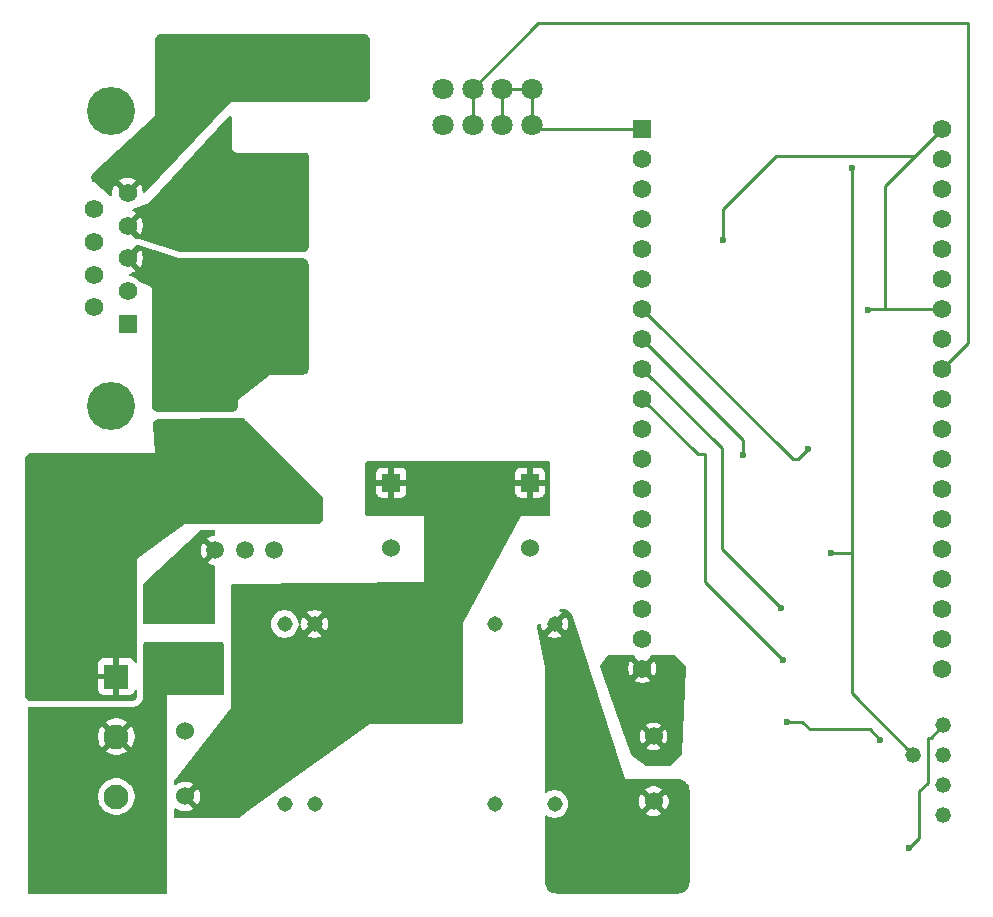
<source format=gbr>
%TF.GenerationSoftware,KiCad,Pcbnew,9.0.0*%
%TF.CreationDate,2025-05-02T07:07:21-06:00*%
%TF.ProjectId,schematic_Mk2.1,73636865-6d61-4746-9963-5f4d6b322e31,rev?*%
%TF.SameCoordinates,Original*%
%TF.FileFunction,Copper,L1,Top*%
%TF.FilePolarity,Positive*%
%FSLAX46Y46*%
G04 Gerber Fmt 4.6, Leading zero omitted, Abs format (unit mm)*
G04 Created by KiCad (PCBNEW 9.0.0) date 2025-05-02 07:07:21*
%MOMM*%
%LPD*%
G01*
G04 APERTURE LIST*
%TA.AperFunction,ComponentPad*%
%ADD10C,1.800000*%
%TD*%
%TA.AperFunction,ComponentPad*%
%ADD11C,1.524000*%
%TD*%
%TA.AperFunction,ComponentPad*%
%ADD12C,1.320800*%
%TD*%
%TA.AperFunction,ComponentPad*%
%ADD13R,1.560000X1.560000*%
%TD*%
%TA.AperFunction,ComponentPad*%
%ADD14C,1.560000*%
%TD*%
%TA.AperFunction,ComponentPad*%
%ADD15C,1.498600*%
%TD*%
%TA.AperFunction,ComponentPad*%
%ADD16R,1.575000X1.575000*%
%TD*%
%TA.AperFunction,ComponentPad*%
%ADD17C,1.575000*%
%TD*%
%TA.AperFunction,ComponentPad*%
%ADD18C,4.066000*%
%TD*%
%TA.AperFunction,ComponentPad*%
%ADD19R,1.524000X1.524000*%
%TD*%
%TA.AperFunction,ComponentPad*%
%ADD20R,2.100000X2.100000*%
%TD*%
%TA.AperFunction,ComponentPad*%
%ADD21C,2.100000*%
%TD*%
%TA.AperFunction,ComponentPad*%
%ADD22C,1.308000*%
%TD*%
%TA.AperFunction,ViaPad*%
%ADD23C,0.600000*%
%TD*%
%TA.AperFunction,Conductor*%
%ADD24C,0.254000*%
%TD*%
G04 APERTURE END LIST*
D10*
%TO.P,J5,4_1,4_1*%
%TO.N,+3.3V*%
X140900000Y-59650000D03*
%TO.P,J5,4_2,4_2*%
X140900000Y-62750000D03*
%TO.P,J5,3_1,3_1*%
X138400000Y-59650000D03*
%TO.P,J5,3_2,3_2*%
X138400000Y-62750000D03*
%TO.P,J5,2_1,2_1*%
%TO.N,GPIO_18*%
X135900000Y-59650000D03*
%TO.P,J5,2_2,2_2*%
X135900000Y-62750000D03*
%TO.P,J5,1_1,1_1*%
%TO.N,GPIO_19*%
X133400000Y-59650000D03*
%TO.P,J5,1_2,1_2*%
X133400000Y-62750000D03*
%TD*%
D11*
%TO.P,RF1,1*%
%TO.N,+VIN-dc*%
X111550000Y-114061700D03*
%TO.P,RF1,2*%
%TO.N,/+VIN*%
X111550000Y-119573500D03*
%TD*%
D12*
%TO.P,S1,1*%
%TO.N,GPIO_4*%
X175750000Y-113509150D03*
%TO.P,S1,2*%
%TO.N,GPIO_16*%
X175750000Y-116049150D03*
%TO.P,S1,4*%
%TO.N,GPIO_17*%
X175750000Y-118589150D03*
%TO.P,S1,8*%
%TO.N,GPIO_5*%
X175750000Y-121129150D03*
%TO.P,S1,C*%
%TO.N,+3.3V*%
X173210000Y-116049150D03*
%TD*%
D13*
%TO.P,U1,J2-1,3V3*%
%TO.N,+3.3V*%
X150250000Y-63029150D03*
D14*
%TO.P,U1,J2-2,EN*%
%TO.N,unconnected-(U1-EN-PadJ2-2)*%
X150250000Y-65569150D03*
%TO.P,U1,J2-3,SENSOR_VP*%
%TO.N,unconnected-(U1-SENSOR_VP-PadJ2-3)*%
X150250000Y-68109150D03*
%TO.P,U1,J2-4,SENSOR_VN*%
%TO.N,unconnected-(U1-SENSOR_VN-PadJ2-4)*%
X150250000Y-70649150D03*
%TO.P,U1,J2-5,IO34*%
%TO.N,unconnected-(U1-IO34-PadJ2-5)*%
X150250000Y-73189150D03*
%TO.P,U1,J2-6,IO35*%
%TO.N,unconnected-(U1-IO35-PadJ2-6)*%
X150250000Y-75729150D03*
%TO.P,U1,J2-7,IO32*%
%TO.N,GPIO_32*%
X150250000Y-78269150D03*
%TO.P,U1,J2-8,IO33*%
%TO.N,GPIO_33*%
X150250000Y-80809150D03*
%TO.P,U1,J2-9,IO25*%
%TO.N,GPIO_25*%
X150250000Y-83349150D03*
%TO.P,U1,J2-10,IO26*%
%TO.N,GPIO_26*%
X150250000Y-85889150D03*
%TO.P,U1,J2-11,IO27*%
%TO.N,unconnected-(U1-IO27-PadJ2-11)*%
X150250000Y-88429150D03*
%TO.P,U1,J2-12,IO14*%
%TO.N,unconnected-(U1-IO14-PadJ2-12)*%
X150250000Y-90969150D03*
%TO.P,U1,J2-13,IO12*%
%TO.N,unconnected-(U1-IO12-PadJ2-13)*%
X150250000Y-93509150D03*
%TO.P,U1,J2-14,GND1*%
%TO.N,ESP_GND2*%
X150250000Y-96049150D03*
%TO.P,U1,J2-15,IO13*%
%TO.N,unconnected-(U1-IO13-PadJ2-15)*%
X150250000Y-98589150D03*
%TO.P,U1,J2-16,SD2*%
%TO.N,unconnected-(U1-SD2-PadJ2-16)*%
X150250000Y-101129150D03*
%TO.P,U1,J2-17,SD3*%
%TO.N,unconnected-(U1-SD3-PadJ2-17)*%
X150250000Y-103669150D03*
%TO.P,U1,J2-18,CMD*%
%TO.N,unconnected-(U1-CMD-PadJ2-18)*%
X150250000Y-106209150D03*
%TO.P,U1,J2-19,EXT_5V*%
%TO.N,+VOUT-esp*%
X150250000Y-108749150D03*
%TO.P,U1,J3-1,GND3*%
%TO.N,ESP_GND2*%
X175650000Y-63029150D03*
%TO.P,U1,J3-2,IO23*%
%TO.N,unconnected-(U1-IO23-PadJ3-2)*%
X175650000Y-65569150D03*
%TO.P,U1,J3-3,IO22*%
%TO.N,GPIO_22*%
X175650000Y-68109150D03*
%TO.P,U1,J3-4,TXD0*%
%TO.N,unconnected-(U1-TXD0-PadJ3-4)*%
X175650000Y-70649150D03*
%TO.P,U1,J3-5,RXD0*%
%TO.N,unconnected-(U1-RXD0-PadJ3-5)*%
X175650000Y-73189150D03*
%TO.P,U1,J3-6,IO21*%
%TO.N,GPIO_21*%
X175650000Y-75729150D03*
%TO.P,U1,J3-7,GND2*%
%TO.N,ESP_GND2*%
X175650000Y-78269150D03*
%TO.P,U1,J3-8,IO19*%
%TO.N,GPIO_19*%
X175650000Y-80809150D03*
%TO.P,U1,J3-9,IO18*%
%TO.N,GPIO_18*%
X175650000Y-83349150D03*
%TO.P,U1,J3-10,IO5*%
%TO.N,GPIO_5*%
X175650000Y-85889150D03*
%TO.P,U1,J3-11,IO17*%
%TO.N,GPIO_17*%
X175650000Y-88429150D03*
%TO.P,U1,J3-12,IO16*%
%TO.N,GPIO_16*%
X175650000Y-90969150D03*
%TO.P,U1,J3-13,IO4*%
%TO.N,GPIO_4*%
X175650000Y-93509150D03*
%TO.P,U1,J3-14,IO0*%
%TO.N,unconnected-(U1-IO0-PadJ3-14)*%
X175650000Y-96049150D03*
%TO.P,U1,J3-15,IO2*%
%TO.N,unconnected-(U1-IO2-PadJ3-15)*%
X175650000Y-98589150D03*
%TO.P,U1,J3-16,IO15*%
%TO.N,unconnected-(U1-IO15-PadJ3-16)*%
X175650000Y-101129150D03*
%TO.P,U1,J3-17,SD1*%
%TO.N,unconnected-(U1-SD1-PadJ3-17)*%
X175650000Y-103669150D03*
%TO.P,U1,J3-18,SD0*%
%TO.N,unconnected-(U1-SD0-PadJ3-18)*%
X175650000Y-106209150D03*
%TO.P,U1,J3-19,CLK*%
%TO.N,unconnected-(U1-CLK-PadJ3-19)*%
X175650000Y-108749150D03*
%TD*%
D15*
%TO.P,J4,1,1*%
%TO.N,+24V*%
X114104900Y-98745100D03*
%TO.P,J4,2,2*%
%TO.N,+VIN-dc*%
X116604900Y-98745100D03*
%TO.P,J4,3,3*%
%TO.N,-Vin*%
X119104900Y-98745100D03*
%TD*%
D16*
%TO.P,J1,1*%
%TO.N,unconnected-(J1-Pad1)*%
X106670000Y-79545000D03*
D17*
%TO.P,J1,2*%
%TO.N,unconnected-(J1-Pad2)*%
X106670000Y-76775000D03*
%TO.P,J1,3*%
%TO.N,ramp_down*%
X106670000Y-74005000D03*
%TO.P,J1,4*%
%TO.N,ramp_up*%
X106670000Y-71235000D03*
%TO.P,J1,5*%
%TO.N,spare*%
X106670000Y-68465000D03*
%TO.P,J1,6*%
%TO.N,unconnected-(J1-Pad6)*%
X103830000Y-78160000D03*
%TO.P,J1,7*%
%TO.N,unconnected-(J1-Pad7)*%
X103830000Y-75390000D03*
%TO.P,J1,8*%
%TO.N,unconnected-(J1-Pad8)*%
X103830000Y-72620000D03*
%TO.P,J1,9*%
%TO.N,unconnected-(J1-Pad9)*%
X103830000Y-69850000D03*
D18*
%TO.P,J1,S1,SHIELD*%
%TO.N,unconnected-(J1-SHIELD-PadS1)*%
X105250000Y-61510000D03*
%TO.P,J1,S2,SHIELD__1*%
%TO.N,unconnected-(J1-SHIELD__1-PadS2)*%
X105250000Y-86500000D03*
%TD*%
D11*
%TO.P,RF2,1*%
%TO.N,/+VOUT*%
X151210000Y-119989150D03*
%TO.P,RF2,2*%
%TO.N,+VOUT-esp*%
X151210000Y-114477350D03*
%TD*%
D19*
%TO.P,C2,1*%
%TO.N,/+VIN*%
X140750000Y-93000000D03*
D11*
%TO.P,C2,2*%
%TO.N,-Vin*%
X140750000Y-98511800D03*
%TD*%
D20*
%TO.P,J2,01,01*%
%TO.N,sim_home*%
X105725000Y-109415000D03*
D21*
%TO.P,J2,02,02*%
%TO.N,/+24V-Sim*%
X105725000Y-114495000D03*
%TO.P,J2,03,03*%
%TO.N,-Vin*%
X105725000Y-119575000D03*
%TD*%
D19*
%TO.P,C1,1*%
%TO.N,/+VIN*%
X129000000Y-93000000D03*
D11*
%TO.P,C1,2*%
%TO.N,-Vin*%
X129000000Y-98511800D03*
%TD*%
D22*
%TO.P,PS1,2,-VIN*%
%TO.N,-Vin*%
X119970000Y-120209150D03*
%TO.P,PS1,3,-VIN__1*%
%TO.N,unconnected-(PS1--VIN__1-Pad3)*%
X122510000Y-120209150D03*
%TO.P,PS1,9,NC*%
%TO.N,unconnected-(PS1-NC-Pad9)*%
X137750000Y-120209150D03*
%TO.P,PS1,11,NC1*%
%TO.N,unconnected-(PS1-NC1-Pad11)*%
X142830000Y-120209150D03*
%TO.P,PS1,14,+VOUT*%
%TO.N,/+VOUT*%
X142830000Y-104969150D03*
%TO.P,PS1,16,-VOUT*%
%TO.N,ESP_GND2*%
X137750000Y-104969150D03*
%TO.P,PS1,22,+VIN*%
%TO.N,/+VIN*%
X122510000Y-104969150D03*
%TO.P,PS1,23,+VIN__1*%
%TO.N,unconnected-(PS1-+VIN__1-Pad23)*%
X119970000Y-104969150D03*
%TD*%
D23*
%TO.N,ramp_up*%
X114550000Y-68500000D03*
X112550000Y-68500000D03*
X116550000Y-68500000D03*
%TO.N,ramp_down*%
X113700000Y-83150000D03*
X115700000Y-83150000D03*
X111700000Y-83150000D03*
X112450000Y-84800000D03*
X110450000Y-84800000D03*
X114450000Y-84800000D03*
X114650000Y-76850000D03*
X112650000Y-76850000D03*
X116650000Y-76850000D03*
%TO.N,/+VOUT*%
X151750000Y-125700000D03*
X151750000Y-124400000D03*
X150300000Y-125700000D03*
X150300000Y-124400000D03*
X148850000Y-125650000D03*
X148850000Y-124350000D03*
X147400000Y-125650000D03*
X147400000Y-124350000D03*
X146000000Y-125650000D03*
X146000000Y-124350000D03*
X144550000Y-125650000D03*
X144550000Y-124350000D03*
%TO.N,+24V*%
X112450000Y-100800000D03*
X111450000Y-99900000D03*
X110350000Y-100800000D03*
%TO.N,/+24V-Sim*%
X100000000Y-118350000D03*
X101600000Y-118350000D03*
%TO.N,sim_home*%
X101683333Y-97600000D03*
X103466667Y-97600000D03*
X105250000Y-97600000D03*
X99900000Y-97600000D03*
X101683333Y-95650000D03*
X103466667Y-95650000D03*
X105250000Y-95650000D03*
X99900000Y-95650000D03*
X99900000Y-93550000D03*
X105250000Y-93550000D03*
X103466667Y-93550000D03*
X101683333Y-93550000D03*
%TO.N,ESP_GND2*%
X157100000Y-72450000D03*
%TO.N,spare*%
X110600000Y-59200000D03*
X110600000Y-61200000D03*
X116400000Y-57200000D03*
X110600000Y-57200000D03*
X114400000Y-59200000D03*
X110600000Y-63200000D03*
X116400000Y-59200000D03*
X114400000Y-57200000D03*
X112400000Y-61200000D03*
X112400000Y-59200000D03*
X112400000Y-57200000D03*
%TO.N,ramp_up*%
X116600000Y-66800000D03*
X112600000Y-66800000D03*
X114600000Y-66800000D03*
%TO.N,+3.3V*%
X166200000Y-99000000D03*
X168000000Y-66400000D03*
%TO.N,GPIO_25*%
X162000000Y-103600000D03*
%TO.N,GPIO_26*%
X162200000Y-108000000D03*
%TO.N,ESP_GND2*%
X169400000Y-78400000D03*
%TO.N,GPIO_17*%
X170400000Y-114800000D03*
X162500000Y-113250000D03*
%TO.N,GPIO_4*%
X172850000Y-123950000D03*
%TO.N,+VOUT-esp*%
X150800000Y-111600000D03*
X152600000Y-111600000D03*
X149000000Y-111600000D03*
%TO.N,/+24V-Sim*%
X100000000Y-116600000D03*
X100000000Y-113600000D03*
X101600000Y-113600000D03*
X100000000Y-115000000D03*
X101600000Y-115000000D03*
X101600000Y-116600000D03*
%TO.N,GPIO_32*%
X164300000Y-90150000D03*
%TO.N,GPIO_33*%
X158800000Y-90700000D03*
%TD*%
D24*
%TO.N,GPIO_18*%
X135900000Y-62750000D02*
X135900000Y-59650000D01*
X177800000Y-81199150D02*
X175650000Y-83349150D01*
X141450000Y-54100000D02*
X177800000Y-54100000D01*
X177800000Y-54100000D02*
X177800000Y-81199150D01*
X135900000Y-59650000D02*
X141450000Y-54100000D01*
%TO.N,+3.3V*%
X141179150Y-63029150D02*
X140900000Y-62750000D01*
X150250000Y-63029150D02*
X141179150Y-63029150D01*
X140900000Y-59650000D02*
X140900000Y-62750000D01*
X138400000Y-59650000D02*
X140900000Y-59650000D01*
X138400000Y-62750000D02*
X138400000Y-59650000D01*
%TO.N,ESP_GND2*%
X157100000Y-72450000D02*
X157100000Y-69800000D01*
X157100000Y-69800000D02*
X161585425Y-65314575D01*
X161585425Y-65314575D02*
X173364575Y-65314575D01*
X173364575Y-65314575D02*
X175650000Y-63029150D01*
%TO.N,GPIO_4*%
X174659150Y-114600000D02*
X175750000Y-113509150D01*
X174400000Y-114600000D02*
X174659150Y-114600000D01*
X173700000Y-119100000D02*
X174400000Y-118400000D01*
X173700000Y-123100000D02*
X173700000Y-119100000D01*
X172850000Y-123950000D02*
X173700000Y-123100000D01*
X174400000Y-118400000D02*
X174400000Y-114600000D01*
%TO.N,GPIO_17*%
X169500000Y-113900000D02*
X170400000Y-114800000D01*
X164450000Y-113900000D02*
X169500000Y-113900000D01*
X163800000Y-113250000D02*
X164450000Y-113900000D01*
X162500000Y-113250000D02*
X163800000Y-113250000D01*
%TO.N,GPIO_32*%
X163450000Y-91000000D02*
X162980850Y-91000000D01*
X162980850Y-91000000D02*
X150250000Y-78269150D01*
X164300000Y-90150000D02*
X163450000Y-91000000D01*
%TO.N,GPIO_33*%
X158800000Y-89359150D02*
X150250000Y-80809150D01*
X158800000Y-90700000D02*
X158800000Y-89359150D01*
%TO.N,+3.3V*%
X168000000Y-110839150D02*
X168000000Y-99000000D01*
X173210000Y-116049150D02*
X168000000Y-110839150D01*
X168000000Y-99000000D02*
X166200000Y-99000000D01*
X168000000Y-99000000D02*
X168000000Y-66400000D01*
%TO.N,GPIO_25*%
X162000000Y-103600000D02*
X157000000Y-98600000D01*
X157000000Y-90099150D02*
X150250000Y-83349150D01*
X157000000Y-98600000D02*
X157000000Y-90099150D01*
%TO.N,GPIO_26*%
X154960850Y-90600000D02*
X150250000Y-85889150D01*
X155600000Y-101400000D02*
X155600000Y-90600000D01*
X162200000Y-108000000D02*
X155600000Y-101400000D01*
X155600000Y-90600000D02*
X154960850Y-90600000D01*
%TO.N,ESP_GND2*%
X169530850Y-78269150D02*
X170800000Y-78269150D01*
X169400000Y-78400000D02*
X169530850Y-78269150D01*
X170800000Y-78269150D02*
X170800000Y-67879150D01*
X170800000Y-67879150D02*
X173364575Y-65314575D01*
X170800000Y-78269150D02*
X175650000Y-78269150D01*
%TO.N,GPIO_5*%
X175750000Y-121129150D02*
X175540000Y-121339150D01*
%TD*%
%TA.AperFunction,Conductor*%
%TO.N,spare*%
G36*
X126708059Y-55001061D02*
G01*
X126813223Y-55014906D01*
X126844491Y-55023284D01*
X126934918Y-55060740D01*
X126962952Y-55076925D01*
X127040602Y-55136509D01*
X127063491Y-55159398D01*
X127123074Y-55237048D01*
X127139259Y-55265081D01*
X127176715Y-55355508D01*
X127185093Y-55386775D01*
X127198939Y-55491939D01*
X127200000Y-55508125D01*
X127200000Y-60291874D01*
X127198939Y-60308060D01*
X127185093Y-60413224D01*
X127176715Y-60444491D01*
X127139259Y-60534918D01*
X127123074Y-60562951D01*
X127063491Y-60640601D01*
X127040601Y-60663491D01*
X126962951Y-60723074D01*
X126934918Y-60739259D01*
X126844491Y-60776715D01*
X126813224Y-60785093D01*
X126719398Y-60797446D01*
X126708058Y-60798939D01*
X126691874Y-60800000D01*
X115400000Y-60800000D01*
X115399999Y-60800000D01*
X115399997Y-60800001D01*
X109391443Y-67149122D01*
X109391443Y-67149123D01*
X108171134Y-68438596D01*
X108110757Y-68473757D01*
X108040954Y-68470694D01*
X107983889Y-68430380D01*
X107958805Y-68368397D01*
X107958262Y-68368484D01*
X107957890Y-68366137D01*
X107957678Y-68365613D01*
X107957512Y-68363749D01*
X107925796Y-68163508D01*
X107863174Y-67970774D01*
X107863172Y-67970771D01*
X107771168Y-67790202D01*
X107740525Y-67748027D01*
X107740525Y-67748026D01*
X107173374Y-68315176D01*
X107159222Y-68262358D01*
X107090104Y-68142643D01*
X106992357Y-68044896D01*
X106872642Y-67975778D01*
X106819822Y-67961624D01*
X107386972Y-67394474D01*
X107386971Y-67394473D01*
X107344797Y-67363831D01*
X107164228Y-67271827D01*
X107164225Y-67271825D01*
X106971491Y-67209203D01*
X106771327Y-67177500D01*
X106568673Y-67177500D01*
X106368508Y-67209203D01*
X106175774Y-67271825D01*
X106175771Y-67271826D01*
X105995204Y-67363830D01*
X105953027Y-67394473D01*
X106520178Y-67961624D01*
X106467358Y-67975778D01*
X106347643Y-68044896D01*
X106249896Y-68142643D01*
X106180778Y-68262358D01*
X106166624Y-68315178D01*
X105599473Y-67748027D01*
X105568830Y-67790204D01*
X105476826Y-67970771D01*
X105476825Y-67970774D01*
X105414203Y-68163508D01*
X105382500Y-68363672D01*
X105382500Y-68566323D01*
X105388248Y-68602619D01*
X105379292Y-68671913D01*
X105334294Y-68725364D01*
X105267542Y-68746002D01*
X105200229Y-68727276D01*
X105185605Y-68716614D01*
X103792871Y-67536331D01*
X103792870Y-67536330D01*
X103777226Y-67523072D01*
X103764669Y-67510800D01*
X103688477Y-67424982D01*
X103669152Y-67395763D01*
X103623810Y-67300094D01*
X103613429Y-67266636D01*
X103604212Y-67209203D01*
X103596652Y-67162101D01*
X103596043Y-67127087D01*
X103609173Y-67022019D01*
X103618381Y-66988233D01*
X103660370Y-66891035D01*
X103678665Y-66861165D01*
X103751832Y-66772737D01*
X103763930Y-66760061D01*
X109000000Y-62000000D01*
X109000000Y-55508125D01*
X109001061Y-55491940D01*
X109014906Y-55386776D01*
X109014906Y-55386775D01*
X109023284Y-55355508D01*
X109060740Y-55265081D01*
X109076923Y-55237050D01*
X109136513Y-55159392D01*
X109159392Y-55136513D01*
X109237050Y-55076923D01*
X109265079Y-55060740D01*
X109355509Y-55023283D01*
X109386775Y-55014906D01*
X109491941Y-55001061D01*
X109508126Y-55000000D01*
X126691874Y-55000000D01*
X126708059Y-55001061D01*
G37*
%TD.AperFunction*%
%TD*%
%TA.AperFunction,Conductor*%
%TO.N,sim_home*%
G36*
X116297319Y-87503710D02*
G01*
X116404349Y-87516632D01*
X116436190Y-87524870D01*
X116528335Y-87562343D01*
X116556895Y-87578669D01*
X116642564Y-87644113D01*
X116654970Y-87654970D01*
X123047801Y-94047801D01*
X123058496Y-94059996D01*
X123123075Y-94144157D01*
X123139260Y-94172191D01*
X123176715Y-94262616D01*
X123185093Y-94293882D01*
X123198939Y-94399046D01*
X123200000Y-94415232D01*
X123200000Y-95991874D01*
X123198939Y-96008060D01*
X123185093Y-96113224D01*
X123176715Y-96144491D01*
X123139259Y-96234918D01*
X123123074Y-96262951D01*
X123063491Y-96340601D01*
X123040601Y-96363491D01*
X122962951Y-96423074D01*
X122934918Y-96439259D01*
X122844491Y-96476715D01*
X122813224Y-96485093D01*
X122719398Y-96497446D01*
X122708058Y-96498939D01*
X122691874Y-96500000D01*
X111500000Y-96500000D01*
X109785714Y-97785713D01*
X107500000Y-99499999D01*
X107500000Y-108190750D01*
X107480315Y-108257789D01*
X107427511Y-108303544D01*
X107358353Y-108313488D01*
X107294797Y-108284463D01*
X107259818Y-108234083D01*
X107218354Y-108122913D01*
X107218350Y-108122906D01*
X107132190Y-108007812D01*
X107132187Y-108007809D01*
X107017093Y-107921649D01*
X107017086Y-107921645D01*
X106882379Y-107871403D01*
X106882372Y-107871401D01*
X106822844Y-107865000D01*
X105975000Y-107865000D01*
X105975000Y-108760879D01*
X105929182Y-108741901D01*
X105793944Y-108715000D01*
X105656056Y-108715000D01*
X105520818Y-108741901D01*
X105475000Y-108760879D01*
X105475000Y-107865000D01*
X104627155Y-107865000D01*
X104567627Y-107871401D01*
X104567620Y-107871403D01*
X104432913Y-107921645D01*
X104432906Y-107921649D01*
X104317812Y-108007809D01*
X104317809Y-108007812D01*
X104231649Y-108122906D01*
X104231645Y-108122913D01*
X104181403Y-108257620D01*
X104181401Y-108257627D01*
X104175000Y-108317155D01*
X104175000Y-109165000D01*
X105070879Y-109165000D01*
X105051901Y-109210818D01*
X105025000Y-109346056D01*
X105025000Y-109483944D01*
X105051901Y-109619182D01*
X105070879Y-109665000D01*
X104175000Y-109665000D01*
X104175000Y-110512844D01*
X104181401Y-110572372D01*
X104181403Y-110572379D01*
X104231645Y-110707086D01*
X104231649Y-110707093D01*
X104317809Y-110822187D01*
X104317812Y-110822190D01*
X104432906Y-110908350D01*
X104432913Y-110908354D01*
X104567620Y-110958596D01*
X104567627Y-110958598D01*
X104627155Y-110964999D01*
X104627172Y-110965000D01*
X105475000Y-110965000D01*
X105475000Y-110069120D01*
X105520818Y-110088099D01*
X105656056Y-110115000D01*
X105793944Y-110115000D01*
X105929182Y-110088099D01*
X105975000Y-110069120D01*
X105975000Y-110965000D01*
X106822828Y-110965000D01*
X106822844Y-110964999D01*
X106882372Y-110958598D01*
X106882379Y-110958596D01*
X107017086Y-110908354D01*
X107017093Y-110908350D01*
X107132187Y-110822190D01*
X107132190Y-110822187D01*
X107218350Y-110707093D01*
X107218354Y-110707086D01*
X107259818Y-110595916D01*
X107301689Y-110539982D01*
X107367153Y-110515565D01*
X107435426Y-110530416D01*
X107484832Y-110579821D01*
X107500000Y-110639249D01*
X107500000Y-110991874D01*
X107498939Y-111008059D01*
X107498939Y-111008060D01*
X107485093Y-111113224D01*
X107476715Y-111144491D01*
X107439259Y-111234918D01*
X107423074Y-111262951D01*
X107363491Y-111340601D01*
X107340601Y-111363491D01*
X107262951Y-111423074D01*
X107234918Y-111439259D01*
X107144491Y-111476715D01*
X107113224Y-111485093D01*
X107019398Y-111497446D01*
X107008058Y-111498939D01*
X106991874Y-111500000D01*
X98508126Y-111500000D01*
X98491941Y-111498939D01*
X98478917Y-111497224D01*
X98386775Y-111485093D01*
X98355508Y-111476715D01*
X98265081Y-111439259D01*
X98237048Y-111423074D01*
X98159398Y-111363491D01*
X98136508Y-111340601D01*
X98076925Y-111262951D01*
X98060740Y-111234918D01*
X98023284Y-111144491D01*
X98014906Y-111113223D01*
X98001061Y-111008059D01*
X98000000Y-110991874D01*
X98000000Y-91008125D01*
X98001061Y-90991940D01*
X98014906Y-90886776D01*
X98023284Y-90855508D01*
X98060740Y-90765081D01*
X98076923Y-90737050D01*
X98136513Y-90659392D01*
X98159392Y-90636513D01*
X98237050Y-90576923D01*
X98265079Y-90560740D01*
X98355509Y-90523283D01*
X98386775Y-90514906D01*
X98491941Y-90501061D01*
X98508126Y-90500000D01*
X109000000Y-90500000D01*
X108796933Y-88144428D01*
X108796637Y-88127475D01*
X108802293Y-88016644D01*
X108808623Y-87983378D01*
X108841311Y-87886360D01*
X108856403Y-87856046D01*
X108914124Y-87771486D01*
X108936854Y-87746389D01*
X109015301Y-87680601D01*
X109043970Y-87662592D01*
X109137303Y-87620478D01*
X109169764Y-87610901D01*
X109279504Y-87594327D01*
X109296397Y-87592949D01*
X116280872Y-87502827D01*
X116297319Y-87503710D01*
G37*
%TD.AperFunction*%
%TD*%
%TA.AperFunction,Conductor*%
%TO.N,/+VOUT*%
G36*
X143539695Y-103678741D02*
G01*
X143563395Y-103681305D01*
X143728285Y-103715432D01*
X143751061Y-103722489D01*
X143906361Y-103787549D01*
X143927368Y-103798835D01*
X144055901Y-103884774D01*
X144067336Y-103892419D01*
X144085796Y-103907521D01*
X144205257Y-104026169D01*
X144220484Y-104044524D01*
X144315025Y-104183852D01*
X144326456Y-104204783D01*
X144394933Y-104365154D01*
X144399087Y-104376347D01*
X145739354Y-108600475D01*
X148749998Y-118089149D01*
X148750000Y-118089150D01*
X153243907Y-118089150D01*
X153256061Y-118089747D01*
X153432941Y-118107168D01*
X153456769Y-118111907D01*
X153621001Y-118161726D01*
X153643453Y-118171027D01*
X153794798Y-118251922D01*
X153815010Y-118265427D01*
X153947666Y-118374295D01*
X153964854Y-118391483D01*
X154073722Y-118524139D01*
X154087227Y-118544351D01*
X154168121Y-118695693D01*
X154177424Y-118718151D01*
X154227240Y-118882374D01*
X154231982Y-118906215D01*
X154249403Y-119083088D01*
X154250000Y-119095242D01*
X154250000Y-126793901D01*
X154249403Y-126806055D01*
X154231982Y-126982929D01*
X154227240Y-127006770D01*
X154177424Y-127170991D01*
X154168121Y-127193450D01*
X154087224Y-127344796D01*
X154073719Y-127365007D01*
X153964853Y-127497661D01*
X153947664Y-127514850D01*
X153815007Y-127623718D01*
X153794795Y-127637223D01*
X153643450Y-127718117D01*
X153620993Y-127727419D01*
X153456771Y-127777235D01*
X153432928Y-127781977D01*
X153256055Y-127799395D01*
X153243902Y-127799992D01*
X148040937Y-127799962D01*
X143010143Y-127799932D01*
X142997991Y-127799335D01*
X142821144Y-127781918D01*
X142797306Y-127777177D01*
X142656827Y-127734569D01*
X142633105Y-127727374D01*
X142610654Y-127718076D01*
X142459365Y-127637223D01*
X142459326Y-127637202D01*
X142439116Y-127623701D01*
X142306467Y-127514860D01*
X142289279Y-127497675D01*
X142289268Y-127497661D01*
X142180409Y-127365048D01*
X142166910Y-127344852D01*
X142085997Y-127193530D01*
X142076698Y-127171090D01*
X142026857Y-127006893D01*
X142022112Y-126983060D01*
X142004656Y-126806207D01*
X142004057Y-126794081D01*
X142002827Y-121278599D01*
X142022496Y-121211561D01*
X142075289Y-121165794D01*
X142144446Y-121155835D01*
X142199713Y-121178260D01*
X142224908Y-121196566D01*
X142224910Y-121196567D01*
X142386826Y-121279067D01*
X142386828Y-121279068D01*
X142548029Y-121331444D01*
X142559654Y-121335222D01*
X142739139Y-121363650D01*
X142739140Y-121363650D01*
X142920860Y-121363650D01*
X142920861Y-121363650D01*
X143100346Y-121335222D01*
X143100349Y-121335221D01*
X143100350Y-121335221D01*
X143273171Y-121279068D01*
X143273171Y-121279067D01*
X143273174Y-121279067D01*
X143435090Y-121196567D01*
X143582106Y-121089753D01*
X143710603Y-120961256D01*
X143817417Y-120814240D01*
X143899917Y-120652324D01*
X143956072Y-120479496D01*
X143984500Y-120300011D01*
X143984500Y-120118289D01*
X143956072Y-119938804D01*
X143956071Y-119938802D01*
X143956072Y-119938802D01*
X143951026Y-119923272D01*
X143951025Y-119923270D01*
X143940159Y-119889828D01*
X149948000Y-119889828D01*
X149948000Y-120088471D01*
X149979075Y-120284670D01*
X149979075Y-120284673D01*
X150040457Y-120473587D01*
X150130641Y-120650582D01*
X150157730Y-120687865D01*
X150157731Y-120687866D01*
X150720504Y-120125092D01*
X150736619Y-120185231D01*
X150803498Y-120301070D01*
X150898080Y-120395652D01*
X151013919Y-120462531D01*
X151074057Y-120478644D01*
X150511283Y-121041418D01*
X150511283Y-121041419D01*
X150548567Y-121068508D01*
X150725562Y-121158692D01*
X150914477Y-121220074D01*
X151110679Y-121251150D01*
X151309321Y-121251150D01*
X151505520Y-121220074D01*
X151505523Y-121220074D01*
X151694437Y-121158692D01*
X151871425Y-121068512D01*
X151908716Y-121041418D01*
X151345942Y-120478644D01*
X151406081Y-120462531D01*
X151521920Y-120395652D01*
X151616502Y-120301070D01*
X151683381Y-120185231D01*
X151699495Y-120125092D01*
X152262268Y-120687865D01*
X152289362Y-120650575D01*
X152379542Y-120473587D01*
X152440924Y-120284673D01*
X152440924Y-120284670D01*
X152472000Y-120088471D01*
X152472000Y-119889828D01*
X152440924Y-119693629D01*
X152440924Y-119693626D01*
X152379542Y-119504712D01*
X152289358Y-119327717D01*
X152262268Y-119290433D01*
X151699494Y-119853207D01*
X151683381Y-119793069D01*
X151616502Y-119677230D01*
X151521920Y-119582648D01*
X151406081Y-119515769D01*
X151345942Y-119499654D01*
X151908716Y-118936881D01*
X151908715Y-118936880D01*
X151871432Y-118909791D01*
X151694437Y-118819607D01*
X151505522Y-118758225D01*
X151309321Y-118727150D01*
X151110679Y-118727150D01*
X150914479Y-118758225D01*
X150914476Y-118758225D01*
X150725562Y-118819607D01*
X150548564Y-118909793D01*
X150511283Y-118936879D01*
X150511282Y-118936880D01*
X151074058Y-119499654D01*
X151013919Y-119515769D01*
X150898080Y-119582648D01*
X150803498Y-119677230D01*
X150736619Y-119793069D01*
X150720504Y-119853207D01*
X150157730Y-119290432D01*
X150157729Y-119290433D01*
X150130643Y-119327714D01*
X150040457Y-119504712D01*
X149979075Y-119693626D01*
X149979075Y-119693629D01*
X149948000Y-119889828D01*
X143940159Y-119889828D01*
X143899918Y-119765978D01*
X143899916Y-119765975D01*
X143863055Y-119693629D01*
X143817417Y-119604060D01*
X143710603Y-119457044D01*
X143582106Y-119328547D01*
X143435090Y-119221733D01*
X143273174Y-119139233D01*
X143273171Y-119139231D01*
X143158802Y-119102071D01*
X143100348Y-119083078D01*
X142980689Y-119064126D01*
X142920861Y-119054650D01*
X142739139Y-119054650D01*
X142679310Y-119064126D01*
X142559652Y-119083078D01*
X142559649Y-119083078D01*
X142386828Y-119139231D01*
X142386825Y-119139233D01*
X142224910Y-119221732D01*
X142199235Y-119240387D01*
X142133428Y-119263866D01*
X142065374Y-119248040D01*
X142016680Y-119197934D01*
X142002350Y-119140098D01*
X142000022Y-108698465D01*
X142000021Y-108698464D01*
X142000000Y-108600000D01*
X141351051Y-105340428D01*
X141348945Y-105324535D01*
X141343029Y-105236287D01*
X141345033Y-105204321D01*
X141360172Y-105126522D01*
X141371239Y-105094241D01*
X141405672Y-105026173D01*
X141426565Y-104996589D01*
X141462247Y-104959157D01*
X141522752Y-104924216D01*
X141592543Y-104927532D01*
X141649461Y-104968054D01*
X141675437Y-105032915D01*
X141676000Y-105044717D01*
X141676000Y-105059971D01*
X141704415Y-105239375D01*
X141760548Y-105412134D01*
X141843012Y-105573980D01*
X141843014Y-105573984D01*
X141855048Y-105590545D01*
X141855049Y-105590546D01*
X142430000Y-105015595D01*
X142430000Y-105021811D01*
X142457259Y-105123544D01*
X142509920Y-105214756D01*
X142584394Y-105289230D01*
X142675606Y-105341891D01*
X142777339Y-105369150D01*
X142783554Y-105369150D01*
X142208602Y-105944099D01*
X142208603Y-105944100D01*
X142225165Y-105956135D01*
X142225179Y-105956143D01*
X142387012Y-106038600D01*
X142559774Y-106094734D01*
X142739179Y-106123150D01*
X142920821Y-106123150D01*
X143100225Y-106094734D01*
X143272984Y-106038601D01*
X143434831Y-105956136D01*
X143451396Y-105944099D01*
X142876447Y-105369150D01*
X142882661Y-105369150D01*
X142984394Y-105341891D01*
X143075606Y-105289230D01*
X143150080Y-105214756D01*
X143202741Y-105123544D01*
X143230000Y-105021811D01*
X143230000Y-105015596D01*
X143804949Y-105590545D01*
X143816986Y-105573981D01*
X143899451Y-105412134D01*
X143955584Y-105239375D01*
X143984000Y-105059971D01*
X143984000Y-104878328D01*
X143955584Y-104698924D01*
X143899450Y-104526162D01*
X143816993Y-104364329D01*
X143816985Y-104364315D01*
X143804950Y-104347753D01*
X143804949Y-104347752D01*
X143230000Y-104922702D01*
X143230000Y-104916489D01*
X143202741Y-104814756D01*
X143150080Y-104723544D01*
X143075606Y-104649070D01*
X142984394Y-104596409D01*
X142882661Y-104569150D01*
X142876446Y-104569150D01*
X143451396Y-103994199D01*
X143451395Y-103994198D01*
X143434834Y-103982164D01*
X143434829Y-103982162D01*
X143300464Y-103913699D01*
X143249668Y-103865724D01*
X143232873Y-103797903D01*
X143255410Y-103731768D01*
X143310126Y-103688317D01*
X143334415Y-103681243D01*
X143347570Y-103678833D01*
X143371328Y-103676813D01*
X143539695Y-103678741D01*
G37*
%TD.AperFunction*%
%TD*%
%TA.AperFunction,Conductor*%
%TO.N,/+24V-Sim*%
G36*
X114743039Y-106519685D02*
G01*
X114788794Y-106572489D01*
X114800000Y-106624000D01*
X114800000Y-110876000D01*
X114780315Y-110943039D01*
X114727511Y-110988794D01*
X114676000Y-111000000D01*
X110000000Y-111000000D01*
X110000000Y-127676000D01*
X109980315Y-127743039D01*
X109927511Y-127788794D01*
X109876000Y-127800000D01*
X104200000Y-127800000D01*
X98324000Y-127800000D01*
X98256961Y-127780315D01*
X98211206Y-127727511D01*
X98200000Y-127676000D01*
X98200000Y-119452973D01*
X104174500Y-119452973D01*
X104174500Y-119697027D01*
X104212679Y-119938076D01*
X104278328Y-120140123D01*
X104288097Y-120170187D01*
X104398896Y-120387642D01*
X104542339Y-120585076D01*
X104542343Y-120585081D01*
X104714918Y-120757656D01*
X104714923Y-120757660D01*
X104887136Y-120882779D01*
X104912361Y-120901106D01*
X105129815Y-121011904D01*
X105361924Y-121087321D01*
X105602973Y-121125500D01*
X105602974Y-121125500D01*
X105847026Y-121125500D01*
X105847027Y-121125500D01*
X106088076Y-121087321D01*
X106320185Y-121011904D01*
X106537639Y-120901106D01*
X106735083Y-120757655D01*
X106907655Y-120585083D01*
X107051106Y-120387639D01*
X107161904Y-120170185D01*
X107237321Y-119938076D01*
X107275500Y-119697027D01*
X107275500Y-119452973D01*
X107237321Y-119211924D01*
X107161904Y-118979815D01*
X107051106Y-118762361D01*
X106960591Y-118637777D01*
X106907660Y-118564923D01*
X106907656Y-118564918D01*
X106735081Y-118392343D01*
X106735076Y-118392339D01*
X106537642Y-118248896D01*
X106537641Y-118248895D01*
X106537639Y-118248894D01*
X106320185Y-118138096D01*
X106088076Y-118062679D01*
X106088074Y-118062678D01*
X106088072Y-118062678D01*
X105919769Y-118036021D01*
X105847027Y-118024500D01*
X105602973Y-118024500D01*
X105547093Y-118033350D01*
X105361927Y-118062678D01*
X105129812Y-118138097D01*
X104912357Y-118248896D01*
X104714923Y-118392339D01*
X104714918Y-118392343D01*
X104542343Y-118564918D01*
X104542339Y-118564923D01*
X104398896Y-118762357D01*
X104288097Y-118979812D01*
X104212678Y-119211927D01*
X104202235Y-119277864D01*
X104174500Y-119452973D01*
X98200000Y-119452973D01*
X98200000Y-114373006D01*
X104175000Y-114373006D01*
X104175000Y-114616993D01*
X104213165Y-114857959D01*
X104288560Y-115089998D01*
X104399323Y-115307380D01*
X104466543Y-115399901D01*
X104466544Y-115399902D01*
X105085690Y-114780756D01*
X105104668Y-114826574D01*
X105181274Y-114941224D01*
X105278776Y-115038726D01*
X105393426Y-115115332D01*
X105439242Y-115134309D01*
X104820096Y-115753454D01*
X104820097Y-115753456D01*
X104912619Y-115820676D01*
X105130001Y-115931439D01*
X105362040Y-116006834D01*
X105603007Y-116045000D01*
X105846993Y-116045000D01*
X106087959Y-116006834D01*
X106319998Y-115931439D01*
X106537377Y-115820678D01*
X106629901Y-115753454D01*
X106629902Y-115753454D01*
X106010757Y-115134309D01*
X106056574Y-115115332D01*
X106171224Y-115038726D01*
X106268726Y-114941224D01*
X106345332Y-114826574D01*
X106364309Y-114780757D01*
X106983454Y-115399902D01*
X106983454Y-115399901D01*
X107050678Y-115307377D01*
X107161439Y-115089998D01*
X107236834Y-114857959D01*
X107275000Y-114616993D01*
X107275000Y-114373006D01*
X107236834Y-114132040D01*
X107161439Y-113900001D01*
X107050676Y-113682619D01*
X106983456Y-113590097D01*
X106983454Y-113590096D01*
X106364309Y-114209241D01*
X106345332Y-114163426D01*
X106268726Y-114048776D01*
X106171224Y-113951274D01*
X106056574Y-113874668D01*
X106010756Y-113855689D01*
X106629902Y-113236544D01*
X106629901Y-113236543D01*
X106537380Y-113169323D01*
X106319998Y-113058560D01*
X106087959Y-112983165D01*
X105846993Y-112945000D01*
X105603007Y-112945000D01*
X105362040Y-112983165D01*
X105130001Y-113058560D01*
X104912626Y-113169319D01*
X104820097Y-113236544D01*
X105439243Y-113855689D01*
X105393426Y-113874668D01*
X105278776Y-113951274D01*
X105181274Y-114048776D01*
X105104668Y-114163426D01*
X105085690Y-114209243D01*
X104466544Y-113590097D01*
X104399319Y-113682626D01*
X104288560Y-113900001D01*
X104213165Y-114132040D01*
X104175000Y-114373006D01*
X98200000Y-114373006D01*
X98200000Y-112111760D01*
X98219685Y-112044721D01*
X98272489Y-111998966D01*
X98340184Y-111988821D01*
X98425957Y-112000114D01*
X98458874Y-112003356D01*
X98475059Y-112004417D01*
X98508126Y-112005500D01*
X98508140Y-112005500D01*
X106991860Y-112005500D01*
X106991874Y-112005500D01*
X107024943Y-112004417D01*
X107041127Y-112003356D01*
X107074042Y-112000114D01*
X107179208Y-111986268D01*
X107244058Y-111973368D01*
X107275325Y-111964990D01*
X107337937Y-111943736D01*
X107428364Y-111906280D01*
X107487670Y-111877034D01*
X107515703Y-111860849D01*
X107570680Y-111824114D01*
X107648330Y-111764531D01*
X107698043Y-111720933D01*
X107720933Y-111698043D01*
X107764531Y-111648330D01*
X107824114Y-111570680D01*
X107860849Y-111515703D01*
X107877034Y-111487670D01*
X107906280Y-111428364D01*
X107943736Y-111337937D01*
X107964990Y-111275325D01*
X107973368Y-111244058D01*
X107986268Y-111179209D01*
X107987718Y-111168188D01*
X108000000Y-111167647D01*
X108000000Y-111074910D01*
X108000114Y-111074045D01*
X108003356Y-111041125D01*
X108004417Y-111024939D01*
X108005500Y-110991874D01*
X108005500Y-110639249D01*
X108000967Y-110603158D01*
X108000000Y-110587705D01*
X108000000Y-108237872D01*
X108001262Y-108220225D01*
X108005500Y-108190750D01*
X108005500Y-106624000D01*
X108025185Y-106556961D01*
X108077989Y-106511206D01*
X108129500Y-106500000D01*
X114676000Y-106500000D01*
X114743039Y-106519685D01*
G37*
%TD.AperFunction*%
%TD*%
%TA.AperFunction,Conductor*%
%TO.N,+24V*%
G36*
X114043039Y-97025185D02*
G01*
X114088794Y-97077989D01*
X114100000Y-97129500D01*
X114100000Y-97375097D01*
X114080315Y-97442136D01*
X114027511Y-97487891D01*
X113995398Y-97497570D01*
X113812353Y-97526561D01*
X113625337Y-97587326D01*
X113625334Y-97587327D01*
X113450120Y-97676605D01*
X113415275Y-97701921D01*
X113415275Y-97701923D01*
X113979327Y-98265974D01*
X113913721Y-98283554D01*
X113800779Y-98348761D01*
X113708561Y-98440979D01*
X113643354Y-98553921D01*
X113625774Y-98619527D01*
X113061723Y-98055475D01*
X113061721Y-98055475D01*
X113036405Y-98090320D01*
X112947127Y-98265534D01*
X112947126Y-98265537D01*
X112886362Y-98452553D01*
X112855600Y-98646778D01*
X112855600Y-98843421D01*
X112886362Y-99037646D01*
X112947126Y-99224662D01*
X112947127Y-99224665D01*
X113036402Y-99399875D01*
X113061722Y-99434723D01*
X113061722Y-99434724D01*
X113625774Y-98870672D01*
X113643354Y-98936279D01*
X113708561Y-99049221D01*
X113800779Y-99141439D01*
X113913721Y-99206646D01*
X113979326Y-99224224D01*
X113415275Y-99788276D01*
X113415275Y-99788277D01*
X113450123Y-99813596D01*
X113625334Y-99902872D01*
X113625337Y-99902873D01*
X113812353Y-99963637D01*
X113995398Y-99992629D01*
X114058532Y-100022558D01*
X114095464Y-100081869D01*
X114100000Y-100115102D01*
X114100000Y-104876000D01*
X114080315Y-104943039D01*
X114027511Y-104988794D01*
X113976000Y-105000000D01*
X108129500Y-105000000D01*
X108062461Y-104980315D01*
X108016706Y-104927511D01*
X108005500Y-104876000D01*
X108005500Y-101549853D01*
X108025185Y-101482814D01*
X108046085Y-101458103D01*
X112908478Y-97037746D01*
X112971324Y-97007217D01*
X112991889Y-97005500D01*
X113976000Y-97005500D01*
X114043039Y-97025185D01*
G37*
%TD.AperFunction*%
%TD*%
%TA.AperFunction,Conductor*%
%TO.N,ramp_up*%
G36*
X115453258Y-61982603D02*
G01*
X115490044Y-62042004D01*
X115494500Y-62074946D01*
X115494500Y-64476000D01*
X115494501Y-64476009D01*
X115506052Y-64583450D01*
X115506054Y-64583462D01*
X115517260Y-64634972D01*
X115551383Y-64737497D01*
X115551386Y-64737503D01*
X115629171Y-64858537D01*
X115629179Y-64858548D01*
X115674923Y-64911340D01*
X115674926Y-64911343D01*
X115674930Y-64911347D01*
X115783664Y-65005567D01*
X115914541Y-65065338D01*
X115981580Y-65085023D01*
X115981584Y-65085024D01*
X116124000Y-65105500D01*
X121876000Y-65105500D01*
X121943039Y-65125185D01*
X121988794Y-65177989D01*
X122000000Y-65229500D01*
X122000000Y-72991874D01*
X121998939Y-73008060D01*
X121985093Y-73113224D01*
X121976715Y-73144491D01*
X121939259Y-73234918D01*
X121923074Y-73262951D01*
X121863491Y-73340601D01*
X121840601Y-73363491D01*
X121762951Y-73423074D01*
X121734918Y-73439259D01*
X121644491Y-73476715D01*
X121613223Y-73485093D01*
X121541911Y-73494481D01*
X121521670Y-73495475D01*
X121491874Y-73494500D01*
X121491862Y-73494500D01*
X111138696Y-73494500D01*
X111101356Y-73488744D01*
X107655162Y-72400472D01*
X107593389Y-72388680D01*
X107538988Y-72378295D01*
X107538985Y-72378294D01*
X107538981Y-72378294D01*
X107538977Y-72378293D01*
X107500822Y-72375566D01*
X107500961Y-72373612D01*
X107441651Y-72356197D01*
X107421009Y-72339563D01*
X106819821Y-71738375D01*
X106872642Y-71724222D01*
X106992357Y-71655104D01*
X107090104Y-71557357D01*
X107159222Y-71437642D01*
X107173375Y-71384821D01*
X107740525Y-71951971D01*
X107740526Y-71951971D01*
X107771168Y-71909797D01*
X107863172Y-71729228D01*
X107863174Y-71729225D01*
X107925796Y-71536491D01*
X107957500Y-71336327D01*
X107957500Y-71133672D01*
X107925796Y-70933508D01*
X107863174Y-70740774D01*
X107863172Y-70740771D01*
X107771168Y-70560202D01*
X107740525Y-70518027D01*
X107740525Y-70518026D01*
X107173375Y-71085177D01*
X107159222Y-71032358D01*
X107090104Y-70912643D01*
X106992357Y-70814896D01*
X106872642Y-70745778D01*
X106819821Y-70731624D01*
X107386972Y-70164473D01*
X107344797Y-70133831D01*
X107159887Y-70039615D01*
X107160493Y-70038425D01*
X107110824Y-69998404D01*
X107088755Y-69932111D01*
X107106031Y-69864411D01*
X107157165Y-69816797D01*
X107169127Y-69811577D01*
X108450251Y-69331156D01*
X115181371Y-62066422D01*
X115193747Y-62054779D01*
X115279770Y-61984322D01*
X115308709Y-61966622D01*
X115316531Y-61963206D01*
X115320881Y-61961307D01*
X115339767Y-61958912D01*
X115344097Y-61957079D01*
X115348394Y-61957819D01*
X115390196Y-61952520D01*
X115453258Y-61982603D01*
G37*
%TD.AperFunction*%
%TD*%
%TA.AperFunction,Conductor*%
%TO.N,ramp_down*%
G36*
X107502938Y-72882508D02*
G01*
X107574870Y-72905223D01*
X107574871Y-72905224D01*
X108891848Y-73321111D01*
X111041663Y-74000000D01*
X111041664Y-74000000D01*
X121491874Y-74000000D01*
X121508059Y-74001061D01*
X121613223Y-74014906D01*
X121644491Y-74023284D01*
X121734918Y-74060740D01*
X121762952Y-74076925D01*
X121840602Y-74136509D01*
X121863491Y-74159398D01*
X121923074Y-74237048D01*
X121939259Y-74265081D01*
X121976715Y-74355508D01*
X121985093Y-74386775D01*
X121998939Y-74491939D01*
X122000000Y-74508125D01*
X122000000Y-83341874D01*
X121998939Y-83358060D01*
X121985093Y-83463224D01*
X121976715Y-83494491D01*
X121939259Y-83584918D01*
X121923074Y-83612951D01*
X121863491Y-83690601D01*
X121840601Y-83713491D01*
X121762951Y-83773074D01*
X121734918Y-83789259D01*
X121644491Y-83826715D01*
X121613224Y-83835093D01*
X121519398Y-83847446D01*
X121508058Y-83848939D01*
X121491874Y-83850000D01*
X118764286Y-83850000D01*
X116000000Y-86000000D01*
X116000000Y-86491874D01*
X115998939Y-86508059D01*
X115998939Y-86508060D01*
X115985093Y-86613224D01*
X115976715Y-86644491D01*
X115939259Y-86734918D01*
X115923074Y-86762951D01*
X115863491Y-86840601D01*
X115840601Y-86863491D01*
X115762951Y-86923074D01*
X115734918Y-86939259D01*
X115644491Y-86976715D01*
X115613224Y-86985093D01*
X115519398Y-86997446D01*
X115508058Y-86998939D01*
X115491874Y-87000000D01*
X109258126Y-87000000D01*
X109241941Y-86998939D01*
X109228917Y-86997224D01*
X109136775Y-86985093D01*
X109105508Y-86976715D01*
X109015081Y-86939259D01*
X108987048Y-86923074D01*
X108909398Y-86863491D01*
X108886508Y-86840601D01*
X108826925Y-86762951D01*
X108810740Y-86734918D01*
X108773284Y-86644491D01*
X108764906Y-86613223D01*
X108751061Y-86508059D01*
X108750000Y-86491874D01*
X108750000Y-76500000D01*
X108473609Y-76361804D01*
X108475300Y-76358420D01*
X108475298Y-76358419D01*
X108473607Y-76361803D01*
X107696951Y-75973474D01*
X107656303Y-75939025D01*
X107655596Y-75939629D01*
X107652429Y-75935921D01*
X107509074Y-75792566D01*
X107509069Y-75792562D01*
X107345062Y-75673405D01*
X107345061Y-75673404D01*
X107345059Y-75673403D01*
X107287186Y-75643915D01*
X107164420Y-75581362D01*
X107164417Y-75581361D01*
X106971609Y-75518715D01*
X106930596Y-75512219D01*
X106867462Y-75482289D01*
X106830532Y-75422977D01*
X106831530Y-75353114D01*
X106870141Y-75294882D01*
X106930600Y-75267272D01*
X106971495Y-75260795D01*
X107164225Y-75198174D01*
X107164228Y-75198172D01*
X107344797Y-75106168D01*
X107386971Y-75075526D01*
X107386971Y-75075525D01*
X106819821Y-74508375D01*
X106872642Y-74494222D01*
X106992357Y-74425104D01*
X107090104Y-74327357D01*
X107159222Y-74207642D01*
X107173375Y-74154821D01*
X107740525Y-74721971D01*
X107740526Y-74721971D01*
X107771168Y-74679797D01*
X107863172Y-74499228D01*
X107863174Y-74499225D01*
X107925796Y-74306491D01*
X107957500Y-74106327D01*
X107957500Y-73903672D01*
X107925796Y-73703508D01*
X107863174Y-73510774D01*
X107863172Y-73510771D01*
X107771168Y-73330202D01*
X107740525Y-73288027D01*
X107740525Y-73288026D01*
X107173375Y-73855177D01*
X107159222Y-73802358D01*
X107090104Y-73682643D01*
X106992357Y-73584896D01*
X106872642Y-73515778D01*
X106819821Y-73501624D01*
X107407866Y-72913580D01*
X107469189Y-72880095D01*
X107502938Y-72882508D01*
G37*
%TD.AperFunction*%
%TD*%
%TA.AperFunction,Conductor*%
%TO.N,+VOUT-esp*%
G36*
X149555130Y-107619685D02*
G01*
X149600885Y-107672489D01*
X149611709Y-107733732D01*
X149609988Y-107755585D01*
X150104260Y-108249857D01*
X150049288Y-108264587D01*
X149930713Y-108333046D01*
X149833896Y-108429863D01*
X149765437Y-108548438D01*
X149750707Y-108603410D01*
X149256435Y-108109138D01*
X149256433Y-108109138D01*
X149240771Y-108130698D01*
X149156452Y-108296182D01*
X149099054Y-108472832D01*
X149070000Y-108656276D01*
X149070000Y-108842023D01*
X149099054Y-109025467D01*
X149156452Y-109202117D01*
X149240774Y-109367607D01*
X149256433Y-109389160D01*
X149256434Y-109389160D01*
X149750706Y-108894888D01*
X149765437Y-108949862D01*
X149833896Y-109068437D01*
X149930713Y-109165254D01*
X150049288Y-109233713D01*
X150104260Y-109248442D01*
X149609987Y-109742714D01*
X149609988Y-109742715D01*
X149631540Y-109758374D01*
X149797032Y-109842697D01*
X149973682Y-109900095D01*
X150157127Y-109929150D01*
X150342873Y-109929150D01*
X150526317Y-109900095D01*
X150702967Y-109842697D01*
X150868455Y-109758376D01*
X150890010Y-109742715D01*
X150890010Y-109742714D01*
X150395739Y-109248442D01*
X150450712Y-109233713D01*
X150569287Y-109165254D01*
X150666104Y-109068437D01*
X150734563Y-108949862D01*
X150749292Y-108894888D01*
X151243564Y-109389160D01*
X151243565Y-109389160D01*
X151259226Y-109367605D01*
X151343547Y-109202117D01*
X151400945Y-109025467D01*
X151430000Y-108842023D01*
X151430000Y-108656276D01*
X151400945Y-108472832D01*
X151343547Y-108296182D01*
X151259224Y-108130690D01*
X151243565Y-108109138D01*
X151243564Y-108109137D01*
X150749292Y-108603409D01*
X150734563Y-108548438D01*
X150666104Y-108429863D01*
X150569287Y-108333046D01*
X150450712Y-108264587D01*
X150395739Y-108249857D01*
X150890010Y-107755584D01*
X150888290Y-107733730D01*
X150902654Y-107665353D01*
X150951704Y-107615596D01*
X151011908Y-107600000D01*
X152955747Y-107600000D01*
X153022786Y-107619685D01*
X153045312Y-107638244D01*
X153157662Y-107755585D01*
X153904067Y-108535147D01*
X153928640Y-108560811D01*
X153960785Y-108622847D01*
X153962958Y-108651953D01*
X153645599Y-115951199D01*
X153623021Y-116017320D01*
X153607472Y-116035378D01*
X152635965Y-116965565D01*
X152573929Y-116997710D01*
X152550209Y-117000000D01*
X150639586Y-117000000D01*
X150572547Y-116980315D01*
X150567737Y-116977063D01*
X149303743Y-116078441D01*
X149260510Y-116023553D01*
X149258474Y-116018115D01*
X148690745Y-114385893D01*
X150048000Y-114385893D01*
X150048000Y-114568806D01*
X150076611Y-114749452D01*
X150133133Y-114923407D01*
X150216169Y-115086370D01*
X150229320Y-115104473D01*
X150229321Y-115104473D01*
X150720504Y-114613290D01*
X150736619Y-114673431D01*
X150803498Y-114789270D01*
X150898080Y-114883852D01*
X151013919Y-114950731D01*
X151074058Y-114966845D01*
X150582875Y-115458027D01*
X150582875Y-115458028D01*
X150600978Y-115471180D01*
X150600980Y-115471181D01*
X150763944Y-115554216D01*
X150937897Y-115610738D01*
X151118544Y-115639350D01*
X151301456Y-115639350D01*
X151482102Y-115610738D01*
X151656055Y-115554216D01*
X151819020Y-115471180D01*
X151837123Y-115458028D01*
X151837123Y-115458027D01*
X151345941Y-114966845D01*
X151406081Y-114950731D01*
X151521920Y-114883852D01*
X151616502Y-114789270D01*
X151683381Y-114673431D01*
X151699495Y-114613291D01*
X152190677Y-115104473D01*
X152190678Y-115104473D01*
X152203830Y-115086370D01*
X152286866Y-114923405D01*
X152343388Y-114749452D01*
X152372000Y-114568806D01*
X152372000Y-114385893D01*
X152343388Y-114205247D01*
X152286866Y-114031294D01*
X152203831Y-113868330D01*
X152203830Y-113868328D01*
X152190677Y-113850225D01*
X151699494Y-114341407D01*
X151683381Y-114281269D01*
X151616502Y-114165430D01*
X151521920Y-114070848D01*
X151406081Y-114003969D01*
X151345941Y-113987854D01*
X151837123Y-113496671D01*
X151837123Y-113496670D01*
X151819020Y-113483519D01*
X151656057Y-113400483D01*
X151482102Y-113343961D01*
X151301456Y-113315350D01*
X151118544Y-113315350D01*
X150937897Y-113343961D01*
X150763944Y-113400483D01*
X150600981Y-113483517D01*
X150582875Y-113496670D01*
X150582875Y-113496671D01*
X151074058Y-113987854D01*
X151013919Y-114003969D01*
X150898080Y-114070848D01*
X150803498Y-114165430D01*
X150736619Y-114281269D01*
X150720504Y-114341408D01*
X150229321Y-113850225D01*
X150229320Y-113850225D01*
X150216167Y-113868331D01*
X150133133Y-114031294D01*
X150076611Y-114205247D01*
X150048000Y-114385893D01*
X148690745Y-114385893D01*
X146679976Y-108604932D01*
X146676543Y-108535147D01*
X146696027Y-108492350D01*
X147293358Y-107652151D01*
X147348246Y-107608918D01*
X147394421Y-107600000D01*
X149488091Y-107600000D01*
X149555130Y-107619685D01*
G37*
%TD.AperFunction*%
%TD*%
%TA.AperFunction,Conductor*%
%TO.N,/+VIN*%
G36*
X142393039Y-91219685D02*
G01*
X142438794Y-91272489D01*
X142450000Y-91324000D01*
X142450000Y-95676000D01*
X142430315Y-95743039D01*
X142377511Y-95788794D01*
X142326000Y-95800000D01*
X139999999Y-95800000D01*
X135100000Y-104924136D01*
X135100000Y-113276000D01*
X135080315Y-113343039D01*
X135027511Y-113388794D01*
X134976000Y-113400000D01*
X127239999Y-113400000D01*
X119010829Y-119277979D01*
X116873807Y-120804424D01*
X116072336Y-121376903D01*
X116006342Y-121399851D01*
X116000262Y-121400000D01*
X110724000Y-121400000D01*
X110656961Y-121380315D01*
X110611206Y-121327511D01*
X110600000Y-121276000D01*
X110600000Y-120686565D01*
X110619685Y-120619526D01*
X110672489Y-120573771D01*
X110741647Y-120563827D01*
X110796886Y-120586247D01*
X110888567Y-120652858D01*
X111065562Y-120743042D01*
X111254477Y-120804424D01*
X111450679Y-120835500D01*
X111649321Y-120835500D01*
X111845520Y-120804424D01*
X111845523Y-120804424D01*
X112034437Y-120743042D01*
X112211425Y-120652862D01*
X112248715Y-120625768D01*
X111685942Y-120062995D01*
X111746081Y-120046881D01*
X111861920Y-119980002D01*
X111956502Y-119885420D01*
X112023381Y-119769581D01*
X112039495Y-119709442D01*
X112602268Y-120272215D01*
X112629362Y-120234925D01*
X112719542Y-120057937D01*
X112780924Y-119869023D01*
X112780924Y-119869020D01*
X112812000Y-119672821D01*
X112812000Y-119474178D01*
X112780924Y-119277979D01*
X112780924Y-119277976D01*
X112719542Y-119089062D01*
X112629358Y-118912067D01*
X112602268Y-118874783D01*
X112039494Y-119437557D01*
X112023381Y-119377419D01*
X111956502Y-119261580D01*
X111861920Y-119166998D01*
X111746081Y-119100119D01*
X111685941Y-119084004D01*
X112248715Y-118521230D01*
X112211432Y-118494141D01*
X112034437Y-118403957D01*
X111845522Y-118342575D01*
X111649321Y-118311500D01*
X111450679Y-118311500D01*
X111254479Y-118342575D01*
X111254476Y-118342575D01*
X111065562Y-118403957D01*
X110888564Y-118494143D01*
X110796885Y-118560752D01*
X110785025Y-118564983D01*
X110775511Y-118573228D01*
X110752744Y-118576501D01*
X110731079Y-118584232D01*
X110718814Y-118581380D01*
X110706353Y-118583172D01*
X110685430Y-118573617D01*
X110663025Y-118568407D01*
X110654249Y-118559377D01*
X110642797Y-118554147D01*
X110630361Y-118534797D01*
X110614330Y-118518301D01*
X110610925Y-118504553D01*
X110605023Y-118495369D01*
X110600000Y-118460434D01*
X110600000Y-118352081D01*
X110619685Y-118285042D01*
X110626270Y-118275761D01*
X115450000Y-112100000D01*
X115450000Y-104878289D01*
X118815500Y-104878289D01*
X118815500Y-105060010D01*
X118843928Y-105239497D01*
X118843928Y-105239500D01*
X118900081Y-105412321D01*
X118900083Y-105412324D01*
X118982583Y-105574240D01*
X119089397Y-105721256D01*
X119217894Y-105849753D01*
X119364910Y-105956567D01*
X119526826Y-106039067D01*
X119526828Y-106039068D01*
X119688029Y-106091444D01*
X119699654Y-106095222D01*
X119879139Y-106123650D01*
X119879140Y-106123650D01*
X120060860Y-106123650D01*
X120060861Y-106123650D01*
X120240346Y-106095222D01*
X120240349Y-106095221D01*
X120240350Y-106095221D01*
X120413171Y-106039068D01*
X120413171Y-106039067D01*
X120413174Y-106039067D01*
X120575090Y-105956567D01*
X120722106Y-105849753D01*
X120850603Y-105721256D01*
X120957417Y-105574240D01*
X121039917Y-105412324D01*
X121096072Y-105239496D01*
X121117780Y-105102436D01*
X121147709Y-105039302D01*
X121207021Y-105002371D01*
X121276883Y-105003369D01*
X121335116Y-105041979D01*
X121362726Y-105102437D01*
X121384415Y-105239375D01*
X121440548Y-105412134D01*
X121523012Y-105573980D01*
X121523014Y-105573984D01*
X121535048Y-105590545D01*
X121535049Y-105590546D01*
X122110000Y-105015595D01*
X122110000Y-105021811D01*
X122137259Y-105123544D01*
X122189920Y-105214756D01*
X122264394Y-105289230D01*
X122355606Y-105341891D01*
X122457339Y-105369150D01*
X122463554Y-105369150D01*
X121888602Y-105944099D01*
X121888603Y-105944100D01*
X121905165Y-105956135D01*
X121905179Y-105956143D01*
X122067012Y-106038600D01*
X122239774Y-106094734D01*
X122419179Y-106123150D01*
X122600821Y-106123150D01*
X122780225Y-106094734D01*
X122952984Y-106038601D01*
X123114831Y-105956136D01*
X123131396Y-105944099D01*
X122556447Y-105369150D01*
X122562661Y-105369150D01*
X122664394Y-105341891D01*
X122755606Y-105289230D01*
X122830080Y-105214756D01*
X122882741Y-105123544D01*
X122910000Y-105021811D01*
X122910000Y-105015596D01*
X123484949Y-105590545D01*
X123496986Y-105573981D01*
X123579451Y-105412134D01*
X123635584Y-105239375D01*
X123664000Y-105059971D01*
X123664000Y-104878328D01*
X123635584Y-104698924D01*
X123579450Y-104526162D01*
X123496993Y-104364329D01*
X123496985Y-104364315D01*
X123484950Y-104347753D01*
X123484949Y-104347752D01*
X122910000Y-104922702D01*
X122910000Y-104916489D01*
X122882741Y-104814756D01*
X122830080Y-104723544D01*
X122755606Y-104649070D01*
X122664394Y-104596409D01*
X122562661Y-104569150D01*
X122556447Y-104569150D01*
X123131396Y-103994199D01*
X123131395Y-103994198D01*
X123114834Y-103982164D01*
X123114830Y-103982162D01*
X122952984Y-103899698D01*
X122780225Y-103843565D01*
X122600821Y-103815150D01*
X122419179Y-103815150D01*
X122239774Y-103843565D01*
X122067015Y-103899698D01*
X121905170Y-103982162D01*
X121905161Y-103982168D01*
X121888603Y-103994198D01*
X121888602Y-103994199D01*
X122463554Y-104569150D01*
X122457339Y-104569150D01*
X122355606Y-104596409D01*
X122264394Y-104649070D01*
X122189920Y-104723544D01*
X122137259Y-104814756D01*
X122110000Y-104916489D01*
X122110000Y-104922703D01*
X121535049Y-104347752D01*
X121535048Y-104347753D01*
X121523018Y-104364311D01*
X121523012Y-104364320D01*
X121440548Y-104526165D01*
X121384415Y-104698924D01*
X121362726Y-104835862D01*
X121332797Y-104898997D01*
X121273485Y-104935928D01*
X121203622Y-104934930D01*
X121145390Y-104896320D01*
X121117780Y-104835862D01*
X121099990Y-104723544D01*
X121096072Y-104698804D01*
X121096071Y-104698800D01*
X121096071Y-104698799D01*
X121039918Y-104525978D01*
X121039916Y-104525975D01*
X120957547Y-104364315D01*
X120957417Y-104364060D01*
X120850603Y-104217044D01*
X120722106Y-104088547D01*
X120575090Y-103981733D01*
X120413174Y-103899233D01*
X120413171Y-103899231D01*
X120240348Y-103843078D01*
X120120689Y-103824126D01*
X120060861Y-103814650D01*
X119879139Y-103814650D01*
X119819310Y-103824126D01*
X119699652Y-103843078D01*
X119699649Y-103843078D01*
X119526828Y-103899231D01*
X119526825Y-103899233D01*
X119364909Y-103981733D01*
X119281030Y-104042675D01*
X119217894Y-104088547D01*
X119217892Y-104088549D01*
X119217891Y-104088549D01*
X119089399Y-104217041D01*
X119089399Y-104217042D01*
X119089397Y-104217044D01*
X119043525Y-104280180D01*
X118982583Y-104364059D01*
X118900083Y-104525975D01*
X118900081Y-104525978D01*
X118843928Y-104698799D01*
X118843928Y-104698802D01*
X118815500Y-104878289D01*
X115450000Y-104878289D01*
X115450000Y-101722867D01*
X115469685Y-101655828D01*
X115522489Y-101610073D01*
X115572858Y-101598872D01*
X131800000Y-101450000D01*
X131800000Y-95800000D01*
X126924000Y-95800000D01*
X126856961Y-95780315D01*
X126811206Y-95727511D01*
X126800000Y-95676000D01*
X126800000Y-92190155D01*
X127738000Y-92190155D01*
X127738000Y-92750000D01*
X128557749Y-92750000D01*
X128526619Y-92803919D01*
X128492000Y-92933120D01*
X128492000Y-93066880D01*
X128526619Y-93196081D01*
X128557749Y-93250000D01*
X127738000Y-93250000D01*
X127738000Y-93809844D01*
X127744401Y-93869372D01*
X127744403Y-93869379D01*
X127794645Y-94004086D01*
X127794649Y-94004093D01*
X127880809Y-94119187D01*
X127880812Y-94119190D01*
X127995906Y-94205350D01*
X127995913Y-94205354D01*
X128130620Y-94255596D01*
X128130627Y-94255598D01*
X128190155Y-94261999D01*
X128190172Y-94262000D01*
X128750000Y-94262000D01*
X128750000Y-93442251D01*
X128803919Y-93473381D01*
X128933120Y-93508000D01*
X129066880Y-93508000D01*
X129196081Y-93473381D01*
X129250000Y-93442251D01*
X129250000Y-94262000D01*
X129809828Y-94262000D01*
X129809844Y-94261999D01*
X129869372Y-94255598D01*
X129869379Y-94255596D01*
X130004086Y-94205354D01*
X130004093Y-94205350D01*
X130119187Y-94119190D01*
X130119190Y-94119187D01*
X130205350Y-94004093D01*
X130205354Y-94004086D01*
X130255596Y-93869379D01*
X130255598Y-93869372D01*
X130261999Y-93809844D01*
X130262000Y-93809827D01*
X130262000Y-93250000D01*
X129442251Y-93250000D01*
X129473381Y-93196081D01*
X129508000Y-93066880D01*
X129508000Y-92933120D01*
X129473381Y-92803919D01*
X129442251Y-92750000D01*
X130262000Y-92750000D01*
X130262000Y-92190172D01*
X130261999Y-92190155D01*
X139488000Y-92190155D01*
X139488000Y-92750000D01*
X140307749Y-92750000D01*
X140276619Y-92803919D01*
X140242000Y-92933120D01*
X140242000Y-93066880D01*
X140276619Y-93196081D01*
X140307749Y-93250000D01*
X139488000Y-93250000D01*
X139488000Y-93809844D01*
X139494401Y-93869372D01*
X139494403Y-93869379D01*
X139544645Y-94004086D01*
X139544649Y-94004093D01*
X139630809Y-94119187D01*
X139630812Y-94119190D01*
X139745906Y-94205350D01*
X139745913Y-94205354D01*
X139880620Y-94255596D01*
X139880627Y-94255598D01*
X139940155Y-94261999D01*
X139940172Y-94262000D01*
X140500000Y-94262000D01*
X140500000Y-93442251D01*
X140553919Y-93473381D01*
X140683120Y-93508000D01*
X140816880Y-93508000D01*
X140946081Y-93473381D01*
X141000000Y-93442251D01*
X141000000Y-94262000D01*
X141559828Y-94262000D01*
X141559844Y-94261999D01*
X141619372Y-94255598D01*
X141619379Y-94255596D01*
X141754086Y-94205354D01*
X141754093Y-94205350D01*
X141869187Y-94119190D01*
X141869190Y-94119187D01*
X141955350Y-94004093D01*
X141955354Y-94004086D01*
X142005596Y-93869379D01*
X142005598Y-93869372D01*
X142011999Y-93809844D01*
X142012000Y-93809827D01*
X142012000Y-93250000D01*
X141192251Y-93250000D01*
X141223381Y-93196081D01*
X141258000Y-93066880D01*
X141258000Y-92933120D01*
X141223381Y-92803919D01*
X141192251Y-92750000D01*
X142012000Y-92750000D01*
X142012000Y-92190172D01*
X142011999Y-92190155D01*
X142005598Y-92130627D01*
X142005596Y-92130620D01*
X141955354Y-91995913D01*
X141955350Y-91995906D01*
X141869190Y-91880812D01*
X141869187Y-91880809D01*
X141754093Y-91794649D01*
X141754086Y-91794645D01*
X141619379Y-91744403D01*
X141619372Y-91744401D01*
X141559844Y-91738000D01*
X141000000Y-91738000D01*
X141000000Y-92557748D01*
X140946081Y-92526619D01*
X140816880Y-92492000D01*
X140683120Y-92492000D01*
X140553919Y-92526619D01*
X140500000Y-92557748D01*
X140500000Y-91738000D01*
X139940155Y-91738000D01*
X139880627Y-91744401D01*
X139880620Y-91744403D01*
X139745913Y-91794645D01*
X139745906Y-91794649D01*
X139630812Y-91880809D01*
X139630809Y-91880812D01*
X139544649Y-91995906D01*
X139544645Y-91995913D01*
X139494403Y-92130620D01*
X139494401Y-92130627D01*
X139488000Y-92190155D01*
X130261999Y-92190155D01*
X130255598Y-92130627D01*
X130255596Y-92130620D01*
X130205354Y-91995913D01*
X130205350Y-91995906D01*
X130119190Y-91880812D01*
X130119187Y-91880809D01*
X130004093Y-91794649D01*
X130004086Y-91794645D01*
X129869379Y-91744403D01*
X129869372Y-91744401D01*
X129809844Y-91738000D01*
X129250000Y-91738000D01*
X129250000Y-92557748D01*
X129196081Y-92526619D01*
X129066880Y-92492000D01*
X128933120Y-92492000D01*
X128803919Y-92526619D01*
X128750000Y-92557748D01*
X128750000Y-91738000D01*
X128190155Y-91738000D01*
X128130627Y-91744401D01*
X128130620Y-91744403D01*
X127995913Y-91794645D01*
X127995906Y-91794649D01*
X127880812Y-91880809D01*
X127880809Y-91880812D01*
X127794649Y-91995906D01*
X127794645Y-91995913D01*
X127744403Y-92130620D01*
X127744401Y-92130627D01*
X127738000Y-92190155D01*
X126800000Y-92190155D01*
X126800000Y-91324000D01*
X126819685Y-91256961D01*
X126872489Y-91211206D01*
X126924000Y-91200000D01*
X142326000Y-91200000D01*
X142393039Y-91219685D01*
G37*
%TD.AperFunction*%
%TD*%
M02*

</source>
